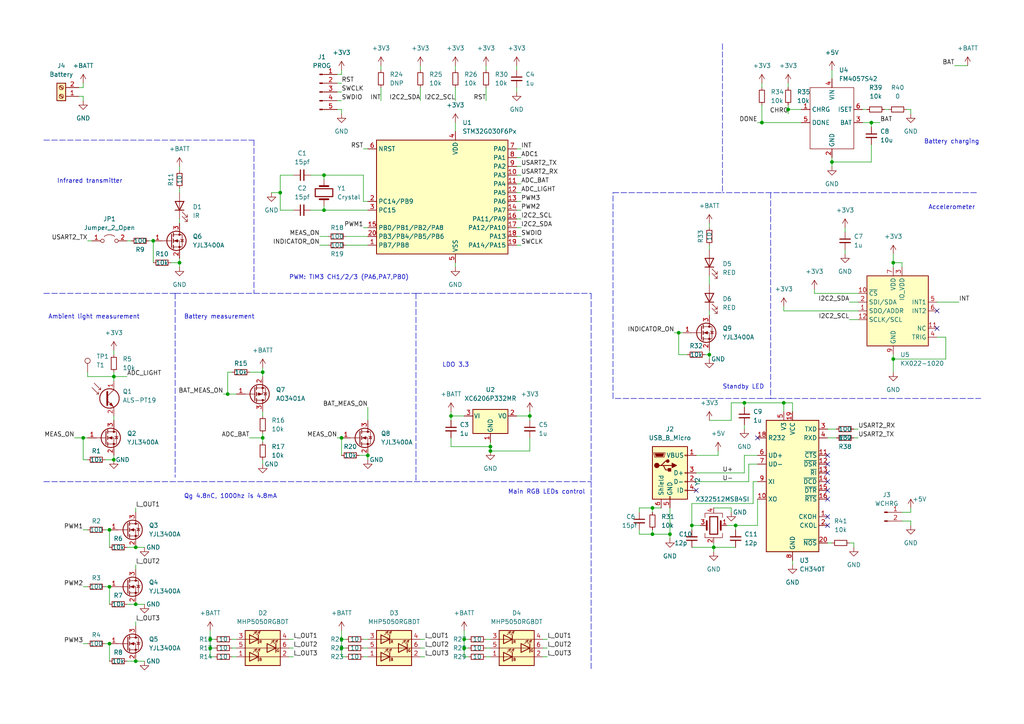
<source format=kicad_sch>
(kicad_sch (version 20211123) (generator eeschema)
  (paper "A4")
  (junction (at 196.85 96.52))
  (junction (at 39.37 175.26))
  (junction (at 142.24 129.54))
  (junction (at 130.81 120.65))
  (junction (at 228.6 31.75))
  (junction (at 189.23 154.94))
  (junction (at 33.02 133.35))
  (junction (at 259.08 104.14))
  (junction (at 99.06 185.42))
  (junction (at 106.68 132.08))
  (junction (at 215.9 116.84))
  (junction (at 93.98 60.96))
  (junction (at 189.23 147.32))
  (junction (at 205.74 102.87))
  (junction (at 76.2 107.95))
  (junction (at 39.37 158.75))
  (junction (at 99.06 127))
  (junction (at 24.13 127))
  (junction (at 76.2 127))
  (junction (at 81.28 55.88))
  (junction (at 220.98 35.56))
  (junction (at 93.98 50.8))
  (junction (at 99.06 187.96))
  (junction (at 60.96 187.96))
  (junction (at 31.75 186.69))
  (junction (at 207.01 158.75))
  (junction (at 134.62 187.96))
  (junction (at 52.07 76.2))
  (junction (at 194.31 154.94))
  (junction (at 259.08 76.2))
  (junction (at 213.36 152.4))
  (junction (at 252.73 35.56))
  (junction (at 31.75 153.67))
  (junction (at 241.3 46.99))
  (junction (at 142.24 130.81))
  (junction (at 153.67 120.65))
  (junction (at 60.96 185.42))
  (junction (at 44.45 69.85))
  (junction (at 31.75 170.18))
  (junction (at 66.04 114.3))
  (junction (at 39.37 191.77))
  (junction (at 227.33 116.84))
  (junction (at 134.62 185.42))
  (junction (at 200.66 152.4))
  (junction (at 33.02 109.22))
  (no_connect (at 240.03 134.62))
  (no_connect (at 240.03 137.16))
  (no_connect (at 240.03 139.7))
  (no_connect (at 240.03 142.24))
  (no_connect (at 240.03 144.78))
  (no_connect (at 240.03 149.86))
  (no_connect (at 240.03 152.4))
  (no_connect (at 240.03 132.08))
  (no_connect (at 219.71 127))
  (no_connect (at 271.78 90.17))
  (no_connect (at 201.93 142.24))
  (no_connect (at 271.78 95.25))
  (wire (pts (xy 30.48 186.69) (xy 31.75 186.69)))
  (wire (pts (xy 39.37 158.75) (xy 41.91 158.75)))
  (wire (pts (xy 22.86 27.94) (xy 24.13 27.94)))
  (wire (pts (xy 100.33 71.12) (xy 106.68 71.12)))
  (polyline (pts (xy 12.7 40.64) (xy 73.66 40.64)))
  (wire (pts (xy 76.2 107.95) (xy 76.2 109.22)))
  (wire (pts (xy 212.09 121.92) (xy 212.09 116.84)))
  (wire (pts (xy 246.38 157.48) (xy 247.65 157.48)))
  (wire (pts (xy 132.08 35.56) (xy 132.08 38.1)))
  (wire (pts (xy 24.13 27.94) (xy 24.13 29.21)))
  (wire (pts (xy 93.98 50.8) (xy 105.41 50.8)))
  (wire (pts (xy 149.86 120.65) (xy 153.67 120.65)))
  (wire (pts (xy 90.17 60.96) (xy 93.98 60.96)))
  (wire (pts (xy 271.78 87.63) (xy 278.13 87.63)))
  (polyline (pts (xy 171.45 85.09) (xy 171.45 139.7)))
  (wire (pts (xy 200.66 152.4) (xy 203.2 152.4)))
  (wire (pts (xy 33.02 101.6) (xy 33.02 102.87)))
  (wire (pts (xy 247.65 127) (xy 248.92 127)))
  (wire (pts (xy 274.32 104.14) (xy 259.08 104.14)))
  (wire (pts (xy 157.48 187.96) (xy 158.75 187.96)))
  (wire (pts (xy 232.41 31.75) (xy 228.6 31.75)))
  (wire (pts (xy 205.74 80.01) (xy 205.74 82.55)))
  (wire (pts (xy 99.06 190.5) (xy 100.33 190.5)))
  (polyline (pts (xy 283.21 55.88) (xy 209.55 55.88)))
  (wire (pts (xy 227.33 88.9) (xy 227.33 90.17)))
  (wire (pts (xy 219.71 35.56) (xy 220.98 35.56)))
  (wire (pts (xy 105.41 66.04) (xy 106.68 66.04)))
  (wire (pts (xy 246.38 87.63) (xy 248.92 87.63)))
  (wire (pts (xy 196.85 102.87) (xy 196.85 96.52)))
  (wire (pts (xy 60.96 185.42) (xy 62.23 185.42)))
  (wire (pts (xy 130.81 120.65) (xy 130.81 121.92)))
  (wire (pts (xy 149.86 58.42) (xy 151.13 58.42)))
  (wire (pts (xy 25.4 107.95) (xy 25.4 109.22)))
  (wire (pts (xy 245.11 66.04) (xy 245.11 67.31)))
  (wire (pts (xy 215.9 118.11) (xy 215.9 116.84)))
  (wire (pts (xy 205.74 71.12) (xy 205.74 72.39)))
  (polyline (pts (xy 177.8 55.88) (xy 209.55 55.88)))
  (wire (pts (xy 236.22 83.82) (xy 236.22 85.09)))
  (wire (pts (xy 195.58 96.52) (xy 196.85 96.52)))
  (wire (pts (xy 247.65 157.48) (xy 247.65 158.75)))
  (wire (pts (xy 81.28 55.88) (xy 78.74 55.88)))
  (wire (pts (xy 97.79 29.21) (xy 99.06 29.21)))
  (wire (pts (xy 205.74 121.92) (xy 212.09 121.92)))
  (wire (pts (xy 25.4 133.35) (xy 24.13 133.35)))
  (wire (pts (xy 110.49 19.05) (xy 110.49 20.32)))
  (wire (pts (xy 25.4 109.22) (xy 33.02 109.22)))
  (wire (pts (xy 105.41 187.96) (xy 106.68 187.96)))
  (wire (pts (xy 134.62 190.5) (xy 135.89 190.5)))
  (wire (pts (xy 212.09 147.32) (xy 207.01 147.32)))
  (wire (pts (xy 207.01 158.75) (xy 213.36 158.75)))
  (wire (pts (xy 134.62 185.42) (xy 134.62 187.96)))
  (wire (pts (xy 259.08 76.2) (xy 259.08 77.47)))
  (wire (pts (xy 33.02 120.65) (xy 33.02 121.92)))
  (polyline (pts (xy 73.66 40.64) (xy 73.66 85.09)))
  (wire (pts (xy 33.02 132.08) (xy 33.02 133.35)))
  (wire (pts (xy 157.48 190.5) (xy 158.75 190.5)))
  (wire (pts (xy 215.9 137.16) (xy 215.9 132.08)))
  (wire (pts (xy 264.16 151.13) (xy 264.16 152.4)))
  (wire (pts (xy 99.06 185.42) (xy 100.33 185.42)))
  (wire (pts (xy 52.07 48.26) (xy 52.07 49.53)))
  (wire (pts (xy 31.75 170.18) (xy 31.75 175.26)))
  (wire (pts (xy 39.37 191.77) (xy 41.91 191.77)))
  (wire (pts (xy 210.82 152.4) (xy 213.36 152.4)))
  (wire (pts (xy 149.86 55.88) (xy 151.13 55.88)))
  (wire (pts (xy 132.08 25.4) (xy 132.08 29.21)))
  (wire (pts (xy 220.98 24.13) (xy 220.98 25.4)))
  (wire (pts (xy 105.41 50.8) (xy 105.41 58.42)))
  (wire (pts (xy 99.06 187.96) (xy 100.33 187.96)))
  (wire (pts (xy 66.04 114.3) (xy 68.58 114.3)))
  (wire (pts (xy 245.11 72.39) (xy 245.11 73.66)))
  (wire (pts (xy 219.71 134.62) (xy 217.17 134.62)))
  (wire (pts (xy 264.16 31.75) (xy 264.16 33.02)))
  (wire (pts (xy 149.86 43.18) (xy 151.13 43.18)))
  (polyline (pts (xy 209.55 12.7) (xy 209.55 55.88)))
  (wire (pts (xy 22.86 25.4) (xy 24.13 25.4)))
  (wire (pts (xy 276.86 19.05) (xy 280.67 19.05)))
  (wire (pts (xy 30.48 133.35) (xy 33.02 133.35)))
  (wire (pts (xy 196.85 96.52) (xy 198.12 96.52)))
  (wire (pts (xy 99.06 31.75) (xy 99.06 33.02)))
  (wire (pts (xy 149.86 25.4) (xy 149.86 26.67)))
  (wire (pts (xy 261.62 148.59) (xy 264.16 148.59)))
  (wire (pts (xy 189.23 154.94) (xy 194.31 154.94)))
  (wire (pts (xy 256.54 31.75) (xy 257.81 31.75)))
  (wire (pts (xy 134.62 187.96) (xy 134.62 190.5)))
  (wire (pts (xy 60.96 182.88) (xy 60.96 185.42)))
  (wire (pts (xy 189.23 147.32) (xy 189.23 148.59)))
  (wire (pts (xy 191.77 147.32) (xy 189.23 147.32)))
  (wire (pts (xy 229.87 116.84) (xy 229.87 119.38)))
  (wire (pts (xy 142.24 129.54) (xy 142.24 130.81)))
  (wire (pts (xy 24.13 153.67) (xy 25.4 153.67)))
  (polyline (pts (xy 171.45 139.7) (xy 171.45 194.31)))
  (wire (pts (xy 99.06 182.88) (xy 99.06 185.42)))
  (wire (pts (xy 149.86 63.5) (xy 151.13 63.5)))
  (wire (pts (xy 99.06 127) (xy 99.06 132.08)))
  (wire (pts (xy 227.33 90.17) (xy 248.92 90.17)))
  (wire (pts (xy 205.74 64.77) (xy 205.74 66.04)))
  (wire (pts (xy 157.48 185.42) (xy 158.75 185.42)))
  (wire (pts (xy 194.31 154.94) (xy 194.31 156.21)))
  (wire (pts (xy 140.97 187.96) (xy 142.24 187.96)))
  (wire (pts (xy 189.23 147.32) (xy 185.42 147.32)))
  (wire (pts (xy 130.81 127) (xy 130.81 129.54)))
  (wire (pts (xy 83.82 190.5) (xy 85.09 190.5)))
  (wire (pts (xy 60.96 185.42) (xy 60.96 187.96)))
  (wire (pts (xy 134.62 120.65) (xy 130.81 120.65)))
  (wire (pts (xy 97.79 31.75) (xy 99.06 31.75)))
  (wire (pts (xy 130.81 119.38) (xy 130.81 120.65)))
  (wire (pts (xy 274.32 97.79) (xy 274.32 104.14)))
  (wire (pts (xy 252.73 46.99) (xy 252.73 41.91)))
  (polyline (pts (xy 177.8 115.57) (xy 177.8 55.88)))
  (wire (pts (xy 25.4 69.85) (xy 26.67 69.85)))
  (wire (pts (xy 189.23 154.94) (xy 189.23 153.67)))
  (wire (pts (xy 134.62 182.88) (xy 134.62 185.42)))
  (wire (pts (xy 52.07 76.2) (xy 52.07 74.93)))
  (wire (pts (xy 36.83 175.26) (xy 39.37 175.26)))
  (wire (pts (xy 105.41 185.42) (xy 106.68 185.42)))
  (wire (pts (xy 261.62 76.2) (xy 261.62 77.47)))
  (wire (pts (xy 105.41 190.5) (xy 106.68 190.5)))
  (wire (pts (xy 149.86 60.96) (xy 151.13 60.96)))
  (wire (pts (xy 66.04 107.95) (xy 66.04 114.3)))
  (wire (pts (xy 67.31 107.95) (xy 66.04 107.95)))
  (wire (pts (xy 250.19 35.56) (xy 252.73 35.56)))
  (wire (pts (xy 259.08 102.87) (xy 259.08 104.14)))
  (wire (pts (xy 264.16 148.59) (xy 264.16 147.32)))
  (wire (pts (xy 228.6 31.75) (xy 228.6 33.02)))
  (wire (pts (xy 185.42 147.32) (xy 185.42 148.59)))
  (wire (pts (xy 218.44 139.7) (xy 219.71 139.7)))
  (wire (pts (xy 83.82 185.42) (xy 85.09 185.42)))
  (wire (pts (xy 149.86 53.34) (xy 151.13 53.34)))
  (wire (pts (xy 39.37 180.34) (xy 39.37 181.61)))
  (wire (pts (xy 207.01 157.48) (xy 207.01 158.75)))
  (polyline (pts (xy 120.65 85.09) (xy 171.45 85.09)))
  (wire (pts (xy 99.06 21.59) (xy 99.06 20.32)))
  (wire (pts (xy 97.79 26.67) (xy 99.06 26.67)))
  (wire (pts (xy 200.66 146.05) (xy 200.66 152.4)))
  (wire (pts (xy 43.18 69.85) (xy 44.45 69.85)))
  (wire (pts (xy 153.67 120.65) (xy 153.67 121.92)))
  (wire (pts (xy 76.2 125.73) (xy 76.2 127)))
  (wire (pts (xy 31.75 186.69) (xy 31.75 191.77)))
  (wire (pts (xy 60.96 187.96) (xy 62.23 187.96)))
  (wire (pts (xy 153.67 130.81) (xy 153.67 127)))
  (wire (pts (xy 140.97 185.42) (xy 142.24 185.42)))
  (wire (pts (xy 121.92 185.42) (xy 123.19 185.42)))
  (wire (pts (xy 199.39 102.87) (xy 196.85 102.87)))
  (wire (pts (xy 153.67 119.38) (xy 153.67 120.65)))
  (wire (pts (xy 271.78 97.79) (xy 274.32 97.79)))
  (wire (pts (xy 134.62 185.42) (xy 135.89 185.42)))
  (wire (pts (xy 76.2 133.35) (xy 76.2 134.62)))
  (wire (pts (xy 252.73 35.56) (xy 252.73 36.83)))
  (wire (pts (xy 201.93 139.7) (xy 217.17 139.7)))
  (wire (pts (xy 81.28 50.8) (xy 85.09 50.8)))
  (wire (pts (xy 246.38 92.71) (xy 248.92 92.71)))
  (wire (pts (xy 24.13 127) (xy 25.4 127)))
  (wire (pts (xy 149.86 68.58) (xy 151.13 68.58)))
  (wire (pts (xy 99.06 187.96) (xy 99.06 190.5)))
  (wire (pts (xy 205.74 102.87) (xy 205.74 101.6)))
  (wire (pts (xy 228.6 31.75) (xy 228.6 30.48)))
  (wire (pts (xy 31.75 153.67) (xy 31.75 158.75)))
  (wire (pts (xy 236.22 85.09) (xy 248.92 85.09)))
  (wire (pts (xy 30.48 170.18) (xy 31.75 170.18)))
  (wire (pts (xy 72.39 127) (xy 76.2 127)))
  (wire (pts (xy 33.02 109.22) (xy 33.02 110.49)))
  (wire (pts (xy 259.08 104.14) (xy 259.08 107.95)))
  (wire (pts (xy 67.31 185.42) (xy 68.58 185.42)))
  (wire (pts (xy 64.77 114.3) (xy 66.04 114.3)))
  (wire (pts (xy 213.36 152.4) (xy 219.71 152.4)))
  (wire (pts (xy 241.3 45.72) (xy 241.3 46.99)))
  (wire (pts (xy 200.66 158.75) (xy 207.01 158.75)))
  (wire (pts (xy 76.2 106.68) (xy 76.2 107.95)))
  (polyline (pts (xy 120.65 85.09) (xy 120.65 139.7)))
  (wire (pts (xy 240.03 127) (xy 242.57 127)))
  (wire (pts (xy 149.86 71.12) (xy 151.13 71.12)))
  (wire (pts (xy 36.83 69.85) (xy 38.1 69.85)))
  (wire (pts (xy 60.96 187.96) (xy 60.96 190.5)))
  (wire (pts (xy 85.09 60.96) (xy 81.28 60.96)))
  (wire (pts (xy 76.2 119.38) (xy 76.2 120.65)))
  (wire (pts (xy 52.07 63.5) (xy 52.07 64.77)))
  (wire (pts (xy 92.71 68.58) (xy 95.25 68.58)))
  (wire (pts (xy 24.13 186.69) (xy 25.4 186.69)))
  (wire (pts (xy 36.83 158.75) (xy 39.37 158.75)))
  (polyline (pts (xy 50.8 85.09) (xy 50.8 138.43)))
  (wire (pts (xy 261.62 151.13) (xy 264.16 151.13)))
  (wire (pts (xy 24.13 25.4) (xy 24.13 24.13)))
  (wire (pts (xy 93.98 60.96) (xy 93.98 59.69)))
  (wire (pts (xy 30.48 153.67) (xy 31.75 153.67)))
  (wire (pts (xy 149.86 19.05) (xy 149.86 20.32)))
  (wire (pts (xy 33.02 109.22) (xy 36.83 109.22)))
  (polyline (pts (xy 12.7 85.09) (xy 50.8 85.09)))
  (polyline (pts (xy 223.52 115.57) (xy 177.8 115.57)))
  (wire (pts (xy 39.37 147.32) (xy 39.37 148.59)))
  (wire (pts (xy 252.73 35.56) (xy 255.27 35.56)))
  (wire (pts (xy 259.08 73.66) (xy 259.08 76.2)))
  (wire (pts (xy 72.39 107.95) (xy 76.2 107.95)))
  (wire (pts (xy 215.9 123.19) (xy 215.9 124.46)))
  (wire (pts (xy 67.31 190.5) (xy 68.58 190.5)))
  (polyline (pts (xy 50.8 85.09) (xy 120.65 85.09)))
  (wire (pts (xy 228.6 24.13) (xy 228.6 25.4)))
  (wire (pts (xy 92.71 71.12) (xy 95.25 71.12)))
  (wire (pts (xy 132.08 19.05) (xy 132.08 20.32)))
  (wire (pts (xy 99.06 185.42) (xy 99.06 187.96)))
  (wire (pts (xy 100.33 68.58) (xy 106.68 68.58)))
  (wire (pts (xy 97.79 127) (xy 99.06 127)))
  (wire (pts (xy 44.45 69.85) (xy 44.45 76.2)))
  (wire (pts (xy 97.79 21.59) (xy 99.06 21.59)))
  (wire (pts (xy 220.98 35.56) (xy 220.98 30.48)))
  (wire (pts (xy 106.68 132.08) (xy 106.68 133.35)))
  (wire (pts (xy 130.81 129.54) (xy 142.24 129.54)))
  (wire (pts (xy 205.74 90.17) (xy 205.74 91.44)))
  (wire (pts (xy 185.42 153.67) (xy 185.42 154.94)))
  (wire (pts (xy 140.97 25.4) (xy 140.97 29.21)))
  (wire (pts (xy 200.66 146.05) (xy 218.44 146.05)))
  (wire (pts (xy 121.92 187.96) (xy 123.19 187.96)))
  (wire (pts (xy 240.03 157.48) (xy 241.3 157.48)))
  (wire (pts (xy 106.68 118.11) (xy 106.68 121.92)))
  (wire (pts (xy 134.62 187.96) (xy 135.89 187.96)))
  (wire (pts (xy 208.28 132.08) (xy 208.28 130.81)))
  (wire (pts (xy 52.07 54.61) (xy 52.07 55.88)))
  (wire (pts (xy 60.96 190.5) (xy 62.23 190.5)))
  (wire (pts (xy 52.07 76.2) (xy 52.07 77.47)))
  (wire (pts (xy 121.92 190.5) (xy 123.19 190.5)))
  (wire (pts (xy 121.92 19.05) (xy 121.92 20.32)))
  (wire (pts (xy 90.17 50.8) (xy 93.98 50.8)))
  (wire (pts (xy 93.98 52.07) (xy 93.98 50.8)))
  (wire (pts (xy 185.42 154.94) (xy 189.23 154.94)))
  (wire (pts (xy 106.68 60.96) (xy 93.98 60.96)))
  (wire (pts (xy 241.3 46.99) (xy 252.73 46.99)))
  (wire (pts (xy 229.87 162.56) (xy 229.87 163.83)))
  (wire (pts (xy 140.97 19.05) (xy 140.97 20.32)))
  (wire (pts (xy 149.86 66.04) (xy 151.13 66.04)))
  (wire (pts (xy 232.41 35.56) (xy 220.98 35.56)))
  (wire (pts (xy 39.37 175.26) (xy 41.91 175.26)))
  (polyline (pts (xy 12.7 139.7) (xy 171.45 139.7)))
  (wire (pts (xy 262.89 31.75) (xy 264.16 31.75)))
  (wire (pts (xy 36.83 191.77) (xy 39.37 191.77)))
  (wire (pts (xy 105.41 43.18) (xy 106.68 43.18)))
  (wire (pts (xy 83.82 187.96) (xy 85.09 187.96)))
  (wire (pts (xy 39.37 163.83) (xy 39.37 165.1)))
  (wire (pts (xy 140.97 190.5) (xy 142.24 190.5)))
  (wire (pts (xy 97.79 24.13) (xy 99.06 24.13)))
  (wire (pts (xy 215.9 116.84) (xy 227.33 116.84)))
  (polyline (pts (xy 223.52 115.57) (xy 284.48 115.57)))
  (wire (pts (xy 132.08 76.2) (xy 132.08 77.47)))
  (wire (pts (xy 33.02 107.95) (xy 33.02 109.22)))
  (wire (pts (xy 227.33 116.84) (xy 229.87 116.84)))
  (wire (pts (xy 200.66 152.4) (xy 200.66 153.67)))
  (wire (pts (xy 212.09 116.84) (xy 215.9 116.84)))
  (wire (pts (xy 213.36 152.4) (xy 213.36 153.67)))
  (wire (pts (xy 49.53 76.2) (xy 52.07 76.2)))
  (wire (pts (xy 241.3 20.32) (xy 241.3 22.86)))
  (wire (pts (xy 121.92 25.4) (xy 121.92 29.21)))
  (wire (pts (xy 207.01 158.75) (xy 207.01 160.02)))
  (wire (pts (xy 142.24 129.54) (xy 142.24 128.27)))
  (wire (pts (xy 250.19 31.75) (xy 251.46 31.75)))
  (wire (pts (xy 259.08 76.2) (xy 261.62 76.2)))
  (wire (pts (xy 194.31 147.32) (xy 194.31 154.94)))
  (wire (pts (xy 149.86 50.8) (xy 151.13 50.8)))
  (wire (pts (xy 240.03 124.46) (xy 242.57 124.46)))
  (wire (pts (xy 204.47 102.87) (xy 205.74 102.87)))
  (wire (pts (xy 215.9 132.08) (xy 219.71 132.08)))
  (wire (pts (xy 219.71 152.4) (xy 219.71 144.78)))
  (wire (pts (xy 205.74 102.87) (xy 205.74 104.14)))
  (wire (pts (xy 81.28 55.88) (xy 81.28 50.8)))
  (polyline (pts (xy 223.52 55.88) (xy 223.52 115.57)))
  (wire (pts (xy 247.65 124.46) (xy 248.92 124.46)))
  (wire (pts (xy 104.14 132.08) (xy 106.68 132.08)))
  (wire (pts (xy 227.33 116.84) (xy 227.33 119.38)))
  (wire (pts (xy 76.2 127) (xy 76.2 128.27)))
  (wire (pts (xy 81.28 60.96) (xy 81.28 55.88)))
  (wire (pts (xy 105.41 58.42) (xy 106.68 58.42)))
  (wire (pts (xy 67.31 187.96) (xy 68.58 187.96)))
  (wire (pts (xy 142.24 130.81) (xy 153.67 130.81)))
  (wire (pts (xy 149.86 45.72) (xy 151.13 45.72)))
  (wire (pts (xy 21.59 127) (xy 24.13 127)))
  (wire (pts (xy 241.3 46.99) (xy 241.3 48.26)))
  (wire (pts (xy 24.13 133.35) (xy 24.13 127)))
  (wire (pts (xy 110.49 25.4) (xy 110.49 29.21)))
  (wire (pts (xy 212.09 148.59) (xy 212.09 147.32)))
  (wire (pts (xy 149.86 48.26) (xy 151.13 48.26)))
  (wire (pts (xy 201.93 137.16) (xy 215.9 137.16)))
  (wire (pts (xy 217.17 134.62) (xy 217.17 139.7)))
  (wire (pts (xy 218.44 146.05) (xy 218.44 139.7)))
  (wire (pts (xy 24.13 170.18) (xy 25.4 170.18)))
  (wire (pts (xy 201.93 132.08) (xy 208.28 132.08)))
  (text "Ambient light measurement" (at 13.97 92.71 0) (effects (font (size 1.27 1.27)) (justify left bottom)))
  (text "Infrared transmitter" (at 16.51 53.34 0) (effects (font (size 1.27 1.27)) (justify left bottom)))
  (text "Accelerometer" (at 269.24 60.96 0) (effects (font (size 1.27 1.27)) (justify left bottom)))
  (text "Standby LED" (at 209.55 113.03 0) (effects (font (size 1.27 1.27)) (justify left bottom)))
  (text "PWM: TIM3 CH1/2/3 (PA6,PA7,PB0)" (at 83.82 81.28 0) (effects (font (size 1.27 1.27)) (justify left bottom)))
  (text "Battery measurement" (at 53.34 92.71 0) (effects (font (size 1.27 1.27)) (justify left bottom)))
  (text "Qg 4.8nC, 1000hz is 4.8mA" (at 53.34 144.78 0) (effects (font (size 1.27 1.27)) (justify left bottom)))
  (text "Battery charging" (at 267.97 41.91 0) (effects (font (size 1.27 1.27)) (justify left bottom)))
  (text "Main RGB LEDs control" (at 147.32 143.51 0) (effects (font (size 1.27 1.27)) (justify left bottom)))
  (text "LDO 3.3" (at 128.27 106.68 0) (effects (font (size 1.27 1.27)) (justify left bottom)))
  (label "U-" (at 209.55 139.7 0))
  (label "INT" (at 110.49 29.21 180))
  (label "L_OUT1" (at 85.09 185.42 0))
  (label "U+" (at 209.55 137.16 0))
  (label "L_OUT2" (at 123.19 187.96 0))
  (label "MEAS_ON" (at 21.59 127 180))
  (label "BAT_MEAS_ON" (at 64.77 114.3 180))
  (label "PWM2" (at 24.13 170.18 180))
  (label "L_OUT1" (at 158.75 185.42 0))
  (label "L_OUT1" (at 39.37 147.32 0))
  (label "USART2_RX" (at 151.13 50.8 0))
  (label "ADC1" (at 151.13 45.72 0))
  (label "MEAS_ON" (at 97.79 127 180))
  (label "SWDIO" (at 99.06 29.21 0))
  (label "RST" (at 99.06 24.13 0))
  (label "CHRG" (at 228.6 33.02 180))
  (label "PWM1" (at 24.13 153.67 180))
  (label "SWCLK" (at 99.06 26.67 0))
  (label "L_OUT3" (at 123.19 190.5 0))
  (label "INDICATOR_ON" (at 195.58 96.52 180))
  (label "L_OUT3" (at 158.75 190.5 0))
  (label "SWCLK" (at 151.13 71.12 0))
  (label "L_OUT2" (at 85.09 187.96 0))
  (label "I2C2_SCL" (at 246.38 92.71 180))
  (label "ADC_BAT" (at 151.13 53.34 0))
  (label "INT" (at 278.13 87.63 0))
  (label "L_OUT2" (at 39.37 163.83 0))
  (label "L_OUT1" (at 123.19 185.42 0))
  (label "INT" (at 151.13 43.18 0))
  (label "DONE" (at 219.71 35.56 180))
  (label "USART2_RX" (at 248.92 124.46 0))
  (label "MEAS_ON" (at 92.71 68.58 180))
  (label "PWM3" (at 151.13 58.42 0))
  (label "BAT" (at 255.27 35.56 0))
  (label "USART2_TX" (at 151.13 48.26 0))
  (label "PWM1" (at 105.41 66.04 180))
  (label "I2C2_SCL" (at 151.13 63.5 0))
  (label "L_OUT3" (at 39.37 180.34 0))
  (label "RST" (at 140.97 29.21 180))
  (label "I2C2_SDA" (at 246.38 87.63 180))
  (label "L_OUT2" (at 158.75 187.96 0))
  (label "INDICATOR_ON" (at 92.71 71.12 180))
  (label "USART2_TX" (at 25.4 69.85 180))
  (label "L_OUT3" (at 85.09 190.5 0))
  (label "ADC_BAT" (at 72.39 127 180))
  (label "PWM3" (at 24.13 186.69 180))
  (label "I2C2_SDA" (at 151.13 66.04 0))
  (label "USART2_TX" (at 248.92 127 0))
  (label "I2C2_SCL" (at 132.08 29.21 180))
  (label "PWM2" (at 151.13 60.96 0))
  (label "BAT_MEAS_ON" (at 106.68 118.11 180))
  (label "I2C2_SDA" (at 121.92 29.21 180))
  (label "RST" (at 105.41 43.18 180))
  (label "BAT" (at 276.86 19.05 180))
  (label "ADC_LIGHT" (at 151.13 55.88 0))
  (label "SWDIO" (at 151.13 68.58 0))
  (label "ADC_LIGHT" (at 36.83 109.22 0))
  (symbol (lib_id "Device:R_Small") (at 245.11 127 90) (unit 1)
    (property "Reference" "R38" (at 245.11 129.54 90))
    (property "Value" "100" (at 245.11 127 90))
    (property "Footprint" "Resistor_SMD:R_0603_1608Metric" (effects hide))
    (property "LCSC PN" "C22775" (effects hide))
  )
  (symbol (lib_id "Connector:Screw_Terminal_01x02") (at 17.78 27.94 180) (unit 1)
    (property "Reference" "J4" (at 17.78 19.05 0))
    (property "Value" "Battery" (at 17.78 21.59 0))
    (property "Footprint" "Connector_PinHeader_2.54mm:PinHeader_1x02_P2.54mm_Vertical" (effects hide))
  )
  (symbol (lib_id "LED:CLS6B-FKW") (at 76.2 187.96 0) (unit 1)
    (property "Reference" "D2" (at 76.2 177.8 0))
    (property "Value" "MHP5050RGBDT" (at 76.2 180.34 0))
    (property "Footprint" "MHP5050RGBDT:MHP5050RGBDT" (effects hide))
    (property "Datasheet" "https://www.cree.com/led-components/media/documents/CLS6B-FKW.pdf" (effects hide))
    (property "LCSC PN" "C409780" (effects hide))
  )
  (symbol (lib_id "Device:R_Small") (at 27.94 170.18 90) (unit 1)
    (property "Reference" "R3" (at 27.94 167.64 90))
    (property "Value" "100" (at 27.94 170.18 90))
    (property "Footprint" "Resistor_SMD:R_0603_1608Metric" (effects hide))
    (property "LCSC PN" "C22775" (effects hide))
  )
  (symbol (lib_id "Device:Q_NMOS_GSD") (at 36.83 170.18 0) (unit 1)
    (property "Reference" "Q4" (at 43.18 168.9099 0) (effects (justify left)))
    (property "Value" "YJL3400A" (at 43.18 171.4499 0) (effects (justify left)))
    (property "Footprint" "Package_TO_SOT_SMD:SOT-23" (effects hide))
    (property "LCSC PN" "C699302" (effects hide))
  )
  (symbol (lib_id "Device:LED") (at 205.74 76.2 90) (unit 1)
    (property "Reference" "D5" (at 209.55 76.5174 90) (effects (justify right)))
    (property "Value" "RED" (at 209.55 79.0574 90) (effects (justify right)))
    (property "Footprint" "LED_SMD:LED_0805_2012Metric" (effects hide))
    (property "LCSC PN" "C138549" (effects hide))
  )
  (symbol (lib_id "power:GND") (at 245.11 73.66 0) (unit 1)
    (property "Reference" "#PWR042" (effects hide))
    (property "Value" "GND" (at 245.11 78.74 0))
  )
  (symbol (lib_id "power:+3.3V") (at 153.67 119.38 0) (unit 1)
    (property "Reference" "#PWR027" (effects hide))
    (property "Value" "+3.3V" (at 153.67 114.3 0))
  )
  (symbol (lib_id "power:GND") (at 207.01 160.02 0) (unit 1)
    (property "Reference" "#PWR031" (effects hide))
    (property "Value" "GND" (at 207.01 165.1 0))
  )
  (symbol (lib_id "Device:R_Small") (at 33.02 105.41 0) (unit 1)
    (property "Reference" "R5" (at 35.56 104.1399 0) (effects (justify left)))
    (property "Value" "10k" (at 35.56 106.6799 0) (effects (justify left)))
    (property "Footprint" "Resistor_SMD:R_0603_1608Metric" (effects hide))
    (property "LCSC PN" "C25804" (effects hide))
  )
  (symbol (lib_id "power:GND") (at 99.06 33.02 0) (unit 1)
    (property "Reference" "#PWR013" (effects hide))
    (property "Value" "GND" (at 99.06 38.1 0))
  )
  (symbol (lib_id "power:+BATT") (at 76.2 106.68 0) (unit 1)
    (property "Reference" "#PWR09" (effects hide))
    (property "Value" "+BATT" (at 76.2 101.6 0))
  )
  (symbol (lib_id "Device:R_Small") (at 220.98 27.94 180) (unit 1)
    (property "Reference" "R34" (at 223.52 26.6699 0) (effects (justify right)))
    (property "Value" "10k" (at 223.52 29.2099 0) (effects (justify right)))
    (property "Footprint" "Resistor_SMD:R_0603_1608Metric" (effects hide))
    (property "LCSC PN" "C25804" (effects hide))
  )
  (symbol (lib_id "Device:R_Small") (at 69.85 107.95 90) (unit 1)
    (property "Reference" "R15" (at 69.85 105.41 90))
    (property "Value" "10k" (at 69.85 107.95 90))
    (property "Footprint" "Resistor_SMD:R_0603_1608Metric" (effects hide))
    (property "LCSC PN" "C25804" (effects hide))
  )
  (symbol (lib_id "power:+3.3V") (at 132.08 19.05 0) (unit 1)
    (property "Reference" "#PWR019" (effects hide))
    (property "Value" "+3.3V" (at 132.08 13.97 0))
  )
  (symbol (lib_id "power:+3.3V") (at 245.11 66.04 0) (unit 1)
    (property "Reference" "#PWR041" (effects hide))
    (property "Value" "+3.3V" (at 245.11 60.96 0))
  )
  (symbol (lib_id "Device:R_Small") (at 243.84 157.48 90) (unit 1)
    (property "Reference" "R41" (at 243.84 151.13 90))
    (property "Value" "10k" (at 243.84 153.67 90))
    (property "Footprint" "Resistor_SMD:R_0603_1608Metric" (effects hide))
    (property "LCSC PN" "C25804" (effects hide))
  )
  (symbol (lib_id "Connector:Conn_01x05_Male") (at 92.71 26.67 0) (unit 1)
    (property "Reference" "J1" (at 93.345 16.51 0))
    (property "Value" "PROG" (at 93.345 19.05 0))
    (property "Footprint" "Connector_PinHeader_2.54mm:PinHeader_1x05_P2.54mm_Vertical" (effects hide))
  )
  (symbol (lib_id "power:+3.3V") (at 227.33 88.9 0) (unit 1)
    (property "Reference" "#PWR035" (effects hide))
    (property "Value" "+3.3V" (at 227.33 83.82 0))
  )
  (symbol (lib_id "Device:R_Small") (at 102.87 190.5 90) (unit 1)
    (property "Reference" "R23" (at 97.79 190.5 90))
    (property "Value" "10" (at 102.87 190.5 90))
    (property "Footprint" "Resistor_SMD:R_0603_1608Metric" (effects hide))
    (property "LCSC PN" "C22859" (effects hide))
  )
  (symbol (lib_id "power:GND") (at 212.09 148.59 0) (unit 1)
    (property "Reference" "#PWR033" (effects hide))
    (property "Value" "GND" (at 214.63 148.59 0))
  )
  (symbol (lib_id "Device:C_Small") (at 149.86 22.86 0) (unit 1)
    (property "Reference" "C4" (at 152.4 21.5962 0) (effects (justify left)))
    (property "Value" "1u" (at 152.4 24.1362 0) (effects (justify left)))
    (property "Footprint" "Capacitor_SMD:C_0603_1608Metric" (effects hide))
    (property "LCSC PN" "C15849" (effects hide))
  )
  (symbol (lib_id "power:GND") (at 215.9 124.46 0) (unit 1)
    (property "Reference" "#PWR048" (effects hide))
    (property "Value" "GND" (at 215.9 129.54 0))
  )
  (symbol (lib_id "Device:R_Small") (at 34.29 175.26 90) (unit 1)
    (property "Reference" "R7" (at 34.29 172.72 90))
    (property "Value" "10k" (at 34.29 175.26 90))
    (property "Footprint" "Resistor_SMD:R_0603_1608Metric" (effects hide))
    (property "LCSC PN" "C25804" (effects hide))
  )
  (symbol (lib_id "Device:R_Small") (at 27.94 186.69 90) (unit 1)
    (property "Reference" "R4" (at 27.94 184.15 90))
    (property "Value" "100" (at 27.94 186.69 90))
    (property "Footprint" "Resistor_SMD:R_0603_1608Metric" (effects hide))
    (property "LCSC PN" "C22775" (effects hide))
  )
  (symbol (lib_id "Device:R_Small") (at 34.29 191.77 90) (unit 1)
    (property "Reference" "R8" (at 34.29 189.23 90))
    (property "Value" "10k" (at 34.29 191.77 90))
    (property "Footprint" "Resistor_SMD:R_0603_1608Metric" (effects hide))
    (property "LCSC PN" "C25804" (effects hide))
  )
  (symbol (lib_id "Device:Q_Photo_NPN") (at 30.48 115.57 0) (unit 1)
    (property "Reference" "Q1" (at 35.56 113.5506 0) (effects (justify left)))
    (property "Value" "ALS-PT19" (at 35.56 116.0906 0) (effects (justify left)))
    (property "Footprint" "ambient:ALS-PT19" (effects hide))
    (property "LCSC PN" "C146233" (effects hide))
  )
  (symbol (lib_id "power:+3.3V") (at 228.6 24.13 0) (unit 1)
    (property "Reference" "#PWR036" (effects hide))
    (property "Value" "+3.3V" (at 228.6 19.05 0))
  )
  (symbol (lib_id "LED:CLS6B-FKW") (at 149.86 187.96 0) (unit 1)
    (property "Reference" "D4" (at 149.86 177.8 0))
    (property "Value" "MHP5050RGBDT" (at 149.86 180.34 0))
    (property "Footprint" "MHP5050RGBDT:MHP5050RGBDT" (effects hide))
    (property "Datasheet" "https://www.cree.com/led-components/media/documents/CLS6B-FKW.pdf" (effects hide))
    (property "LCSC PN" "C409780" (effects hide))
  )
  (symbol (lib_id "Device:R_Small") (at 34.29 158.75 90) (unit 1)
    (property "Reference" "R6" (at 34.29 156.21 90))
    (property "Value" "10k" (at 34.29 158.75 90))
    (property "Footprint" "Resistor_SMD:R_0603_1608Metric" (effects hide))
    (property "LCSC PN" "C25804" (effects hide))
  )
  (symbol (lib_id "power:GND") (at 106.68 133.35 0) (unit 1)
    (property "Reference" "#PWR015" (effects hide))
    (property "Value" "GND" (at 109.22 133.35 0))
  )
  (symbol (lib_id "Device:R_Small") (at 102.87 185.42 90) (unit 1)
    (property "Reference" "R21" (at 97.79 185.42 90))
    (property "Value" "10" (at 102.87 185.42 90))
    (property "Footprint" "Resistor_SMD:R_0603_1608Metric" (effects hide))
    (property "LCSC PN" "C22859" (effects hide))
  )
  (symbol (lib_id "Connector:Conn_01x02_Male") (at 256.54 148.59 0) (unit 1)
    (property "Reference" "J3" (at 257.175 143.51 0))
    (property "Value" "WCHRG" (at 257.175 146.05 0))
    (property "Footprint" "Connector_PinHeader_2.54mm:PinHeader_1x02_P2.54mm_Vertical" (effects hide))
  )
  (symbol (lib_id "power:+3.3V") (at 140.97 19.05 0) (unit 1)
    (property "Reference" "#PWR023" (effects hide))
    (property "Value" "+3.3V" (at 140.97 13.97 0))
  )
  (symbol (lib_id "power:GND") (at 247.65 158.75 0) (unit 1)
    (property "Reference" "#PWR047" (effects hide))
    (property "Value" "GND" (at 247.65 163.83 0))
  )
  (symbol (lib_id "power:+3.3V") (at 220.98 24.13 0) (unit 1)
    (property "Reference" "#PWR034" (effects hide))
    (property "Value" "+3.3V" (at 220.98 19.05 0))
  )
  (symbol (lib_id "Device:C_Small") (at 252.73 39.37 0) (unit 1)
    (property "Reference" "C8" (at 255.27 38.1062 0) (effects (justify left)))
    (property "Value" "10u" (at 255.27 40.6462 0) (effects (justify left)))
    (property "Footprint" "Capacitor_SMD:C_0603_1608Metric" (effects hide))
    (property "LCSC PN" "C19702" (effects hide))
  )
  (symbol (lib_id "power:GND") (at 76.2 134.62 0) (unit 1)
    (property "Reference" "#PWR010" (effects hide))
    (property "Value" "GND" (at 78.74 134.62 0))
  )
  (symbol (lib_id "Device:C_Small") (at 87.63 50.8 90) (unit 1)
    (property "Reference" "C1" (at 87.6363 44.45 90))
    (property "Value" "15pf" (at 87.6363 46.99 90))
    (property "Footprint" "Capacitor_SMD:C_0603_1608Metric" (effects hide))
    (property "LCSC PN" "C1644" (effects hide))
  )
  (symbol (lib_id "Device:Q_NMOS_GSD") (at 104.14 127 0) (unit 1)
    (property "Reference" "Q8" (at 110.49 125.7299 0) (effects (justify left)))
    (property "Value" "YJL3400A" (at 110.49 128.2699 0) (effects (justify left)))
    (property "Footprint" "Package_TO_SOT_SMD:SOT-23" (effects hide))
    (property "LCSC PN" "C699302" (effects hide))
  )
  (symbol (lib_id "power:GND") (at 259.08 107.95 0) (unit 1)
    (property "Reference" "#PWR044" (effects hide))
    (property "Value" "GND" (at 259.08 113.03 0))
  )
  (symbol (lib_id "Device:R_Small") (at 64.77 190.5 90) (unit 1)
    (property "Reference" "R14" (at 59.69 190.5 90))
    (property "Value" "10" (at 64.77 190.5 90))
    (property "Footprint" "Resistor_SMD:R_0603_1608Metric" (effects hide))
    (property "LCSC PN" "C22859" (effects hide))
  )
  (symbol (lib_id "power:+BATT") (at 60.96 182.88 0) (unit 1)
    (property "Reference" "#PWR08" (effects hide))
    (property "Value" "+BATT" (at 60.96 177.8 0))
  )
  (symbol (lib_id "power:GND") (at 78.74 55.88 0) (unit 1)
    (property "Reference" "#PWR011" (effects hide))
    (property "Value" "GND" (at 78.74 60.96 0))
  )
  (symbol (lib_id "power:GND") (at 142.24 130.81 0) (unit 1)
    (property "Reference" "#PWR024" (effects hide))
    (property "Value" "GND" (at 142.24 135.89 0))
  )
  (symbol (lib_id "power:+5V") (at 241.3 20.32 0) (unit 1)
    (property "Reference" "#PWR039" (effects hide))
    (property "Value" "+5V" (at 241.3 15.24 0))
  )
  (symbol (lib_id "power:+BATT") (at 130.81 119.38 0) (unit 1)
    (property "Reference" "#PWR018" (effects hide))
    (property "Value" "+BATT" (at 130.81 114.3 0))
  )
  (symbol (lib_id "power:+BATT") (at 99.06 182.88 0) (unit 1)
    (property "Reference" "#PWR014" (effects hide))
    (property "Value" "+BATT" (at 99.06 177.8 0))
  )
  (symbol (lib_id "Device:R_Small") (at 27.94 153.67 90) (unit 1)
    (property "Reference" "R2" (at 27.94 151.13 90))
    (property "Value" "100" (at 27.94 153.67 90))
    (property "Footprint" "Resistor_SMD:R_0603_1608Metric" (effects hide))
    (property "LCSC PN" "C22775" (effects hide))
  )
  (symbol (lib_id "Device:C_Small") (at 153.67 124.46 0) (unit 1)
    (property "Reference" "C5" (at 156.21 123.1962 0) (effects (justify left)))
    (property "Value" "1u" (at 156.21 125.7362 0) (effects (justify left)))
    (property "Footprint" "Capacitor_SMD:C_0603_1608Metric" (effects hide))
    (property "LCSC PN" "C15849" (effects hide))
  )
  (symbol (lib_id "Device:R_Small") (at 76.2 123.19 0) (unit 1)
    (property "Reference" "R16" (at 78.74 121.9199 0) (effects (justify left)))
    (property "Value" "10k" (at 78.74 124.4599 0) (effects (justify left)))
    (property "Footprint" "Resistor_SMD:R_0603_1608Metric" (effects hide))
    (property "LCSC PN" "C25804" (effects hide))
  )
  (symbol (lib_id "Device:LED") (at 52.07 59.69 90) (unit 1)
    (property "Reference" "D1" (at 55.88 60.0074 90) (effects (justify right)))
    (property "Value" "IR" (at 55.88 62.5474 90) (effects (justify right)))
    (property "Footprint" "Connector_PinHeader_2.54mm:PinHeader_1x02_P2.54mm_Vertical" (effects hide))
  )
  (symbol (lib_id "Device:C_Small") (at 215.9 120.65 0) (unit 1)
    (property "Reference" "C9" (at 218.44 119.3862 0) (effects (justify left)))
    (property "Value" "1u" (at 218.44 121.9262 0) (effects (justify left)))
    (property "Footprint" "Capacitor_SMD:C_0603_1608Metric" (effects hide))
    (property "LCSC PN" "C15849" (effects hide))
  )
  (symbol (lib_id "Device:LED") (at 205.74 86.36 90) (unit 1)
    (property "Reference" "D6" (at 209.55 86.6774 90) (effects (justify right)))
    (property "Value" "RED" (at 209.55 89.2174 90) (effects (justify right)))
    (property "Footprint" "LED_SMD:LED_0805_2012Metric" (effects hide))
    (property "LCSC PN" "C138549" (effects hide))
  )
  (symbol (lib_id "Device:R_Small") (at 132.08 22.86 0) (unit 1)
    (property "Reference" "R26" (at 134.62 21.5899 0) (effects (justify left)))
    (property "Value" "10k" (at 134.62 24.1299 0) (effects (justify left)))
    (property "Footprint" "Resistor_SMD:R_0603_1608Metric" (effects hide))
    (property "LCSC PN" "C25804" (effects hide))
  )
  (symbol (lib_id "Device:R_Small") (at 102.87 187.96 90) (unit 1)
    (property "Reference" "R22" (at 97.79 187.96 90))
    (property "Value" "10" (at 102.87 187.96 90))
    (property "Footprint" "Resistor_SMD:R_0603_1608Metric" (effects hide))
    (property "LCSC PN" "C22859" (effects hide))
  )
  (symbol (lib_id "power:+3.3V") (at 99.06 20.32 0) (unit 1)
    (property "Reference" "#PWR012" (effects hide))
    (property "Value" "+3.3V" (at 99.06 15.24 0))
  )
  (symbol (lib_id "power:+BATT") (at 52.07 48.26 0) (unit 1)
    (property "Reference" "#PWR06" (effects hide))
    (property "Value" "+BATT" (at 52.07 43.18 0))
  )
  (symbol (lib_id "Device:R_Small") (at 76.2 130.81 0) (unit 1)
    (property "Reference" "R17" (at 78.74 129.5399 0) (effects (justify left)))
    (property "Value" "10k" (at 78.74 132.0799 0) (effects (justify left)))
    (property "Footprint" "Resistor_SMD:R_0603_1608Metric" (effects hide))
    (property "LCSC PN" "C25804" (effects hide))
  )
  (symbol (lib_id "Device:Q_NMOS_GSD") (at 203.2 96.52 0) (unit 1)
    (property "Reference" "Q9" (at 209.55 95.2499 0) (effects (justify left)))
    (property "Value" "YJL3400A" (at 209.55 97.7899 0) (effects (justify left)))
    (property "Footprint" "Package_TO_SOT_SMD:SOT-23" (effects hide))
    (property "LCSC PN" "C699302" (effects hide))
  )
  (symbol (lib_id "power:GND") (at 24.13 29.21 0) (unit 1)
    (property "Reference" "#PWR0105" (effects hide))
    (property "Value" "GND" (at 24.13 34.29 0))
  )
  (symbol (lib_id "Device:Q_NMOS_GSD") (at 36.83 153.67 0) (unit 1)
    (property "Reference" "Q3" (at 43.18 152.3999 0) (effects (justify left)))
    (property "Value" "YJL3400A" (at 43.18 154.9399 0) (effects (justify left)))
    (property "Footprint" "Package_TO_SOT_SMD:SOT-23" (effects hide))
    (property "LCSC PN" "C699302" (effects hide))
  )
  (symbol (lib_id "Device:R_Small") (at 97.79 71.12 90) (unit 1)
    (property "Reference" "R19" (at 97.79 73.66 90))
    (property "Value" "100" (at 97.79 71.12 90))
    (property "Footprint" "Resistor_SMD:R_0603_1608Metric" (effects hide))
    (property "LCSC PN" "C22775" (effects hide))
  )
  (symbol (lib_id "Device:Q_NMOS_GSD") (at 36.83 186.69 0) (unit 1)
    (property "Reference" "Q5" (at 43.18 185.4199 0) (effects (justify left)))
    (property "Value" "YJL3400A" (at 43.18 187.9599 0) (effects (justify left)))
    (property "Footprint" "Package_TO_SOT_SMD:SOT-23" (effects hide))
    (property "LCSC PN" "C699302" (effects hide))
  )
  (symbol (lib_id "Device:C_Small") (at 200.66 156.21 180) (unit 1)
    (property "Reference" "C10" (at 196.85 154.94 0) (effects (justify right)))
    (property "Value" "12p" (at 195.58 157.48 0) (effects (justify right)))
    (property "Footprint" "Capacitor_SMD:C_0603_1608Metric" (effects hide))
    (property "LCSC PN" "C38523" (effects hide))
  )
  (symbol (lib_id "MCU_ST_STM32G0:STM32G030F6Px") (at 129.54 55.88 0) (unit 1)
    (property "Reference" "U1" (at 134.0994 35.56 0) (effects (justify left)))
    (property "Value" "STM32G030F6Px" (at 134.0994 38.1 0) (effects (justify left)))
    (property "Footprint" "Package_SO:TSSOP-20_4.4x6.5mm_P0.65mm" (effects hide))
    (property "Datasheet" "https://www.st.com/resource/en/datasheet/stm32g030c6.pdf" (effects hide))
    (property "LCSC PN" "C529330" (effects hide))
  )
  (symbol (lib_id "Device:R_Small") (at 97.79 68.58 90) (unit 1)
    (property "Reference" "R18" (at 97.79 66.04 90))
    (property "Value" "100" (at 97.79 68.58 90))
    (property "Footprint" "Resistor_SMD:R_0603_1608Metric" (effects hide))
    (property "LCSC PN" "C22775" (effects hide))
  )
  (symbol (lib_id "power:GND") (at 229.87 163.83 0) (unit 1)
    (property "Reference" "#PWR0103" (effects hide))
    (property "Value" "GND" (at 229.87 168.91 0))
  )
  (symbol (lib_id "Device:R_Small") (at 254 31.75 90) (unit 1)
    (property "Reference" "R39" (at 254 25.4 90))
    (property "Value" "10k" (at 254 27.94 90))
    (property "Footprint" "Resistor_SMD:R_0603_1608Metric" (effects hide))
    (property "LCSC PN" "C25804" (effects hide))
  )
  (symbol (lib_id "power:+3.3V") (at 121.92 19.05 0) (unit 1)
    (property "Reference" "#PWR017" (effects hide))
    (property "Value" "+3.3V" (at 121.92 13.97 0))
  )
  (symbol (lib_id "power:+3.3V") (at 205.74 121.92 0) (unit 1)
    (property "Reference" "#PWR0106" (effects hide))
    (property "Value" "+3.3V" (at 205.74 116.84 0))
  )
  (symbol (lib_id "Device:R_Small") (at 138.43 190.5 90) (unit 1)
    (property "Reference" "R29" (at 133.35 190.5 90))
    (property "Value" "10" (at 138.43 190.5 90))
    (property "Footprint" "Resistor_SMD:R_0603_1608Metric" (effects hide))
    (property "LCSC PN" "C22859" (effects hide))
  )
  (symbol (lib_id "Device:C_Small") (at 245.11 69.85 0) (unit 1)
    (property "Reference" "C7" (at 247.65 68.5862 0) (effects (justify left)))
    (property "Value" "1u" (at 247.65 71.1262 0) (effects (justify left)))
    (property "Footprint" "Capacitor_SMD:C_0603_1608Metric" (effects hide))
    (property "LCSC PN" "C15849" (effects hide))
  )
  (symbol (lib_id "power:GND") (at 52.07 77.47 0) (unit 1)
    (property "Reference" "#PWR07" (effects hide))
    (property "Value" "GND" (at 52.07 82.55 0))
  )
  (symbol (lib_id "power:+5V") (at 208.28 130.81 0) (unit 1)
    (property "Reference" "#PWR032" (effects hide))
    (property "Value" "+5V" (at 208.28 125.73 0))
  )
  (symbol (lib_id "power:+3.3V") (at 33.02 101.6 0) (unit 1)
    (property "Reference" "#PWR01" (effects hide))
    (property "Value" "+3.3V" (at 33.02 96.52 0))
  )
  (symbol (lib_id "Device:R_Small") (at 140.97 22.86 0) (unit 1)
    (property "Reference" "R30" (at 143.51 21.5899 0) (effects (justify left)))
    (property "Value" "10k" (at 143.51 24.1299 0) (effects (justify left)))
    (property "Footprint" "Resistor_SMD:R_0603_1608Metric" (effects hide))
    (property "LCSC PN" "C25804" (effects hide))
  )
  (symbol (lib_id "Jumper:Jumper_2_Open") (at 31.75 69.85 0) (unit 1)
    (property "Reference" "JP1" (at 31.75 63.5 0))
    (property "Value" "Jumper_2_Open" (at 31.75 66.04 0))
    (property "Footprint" "Connector_PinHeader_2.54mm:PinHeader_1x02_P2.54mm_Vertical" (effects hide))
  )
  (symbol (lib_id "accel:KX022-1020") (at 259.08 90.17 0) (unit 1)
    (property "Reference" "U5" (at 261.0994 102.87 0) (effects (justify left)))
    (property "Value" "KX022-1020" (at 261.0994 105.41 0) (effects (justify left)))
    (property "Footprint" "Package_LGA:LGA-12_2x2mm_P0.5mm" (effects hide))
    (property "Datasheet" "http://kionixfs.kionix.com/en/datasheet/KX022-1020%20Specifications%20Rev%2012.0.pdf" (effects hide))
    (property "LCSC PN" "C694095" (effects hide))
  )
  (symbol (lib_id "LED:CLS6B-FKW") (at 114.3 187.96 0) (unit 1)
    (property "Reference" "D3" (at 114.3 177.8 0))
    (property "Value" "MHP5050RGBDT" (at 114.3 180.34 0))
    (property "Footprint" "MHP5050RGBDT:MHP5050RGBDT" (effects hide))
    (property "Datasheet" "https://www.cree.com/led-components/media/documents/CLS6B-FKW.pdf" (effects hide))
    (property "LCSC PN" "C409780" (effects hide))
  )
  (symbol (lib_id "power:+BATT") (at 24.13 24.13 0) (unit 1)
    (property "Reference" "#PWR0104" (effects hide))
    (property "Value" "+BATT" (at 24.13 19.05 0))
  )
  (symbol (lib_id "Device:R_Small") (at 46.99 76.2 90) (unit 1)
    (property "Reference" "R10" (at 46.99 73.66 90))
    (property "Value" "10k" (at 46.99 76.2 90))
    (property "Footprint" "Resistor_SMD:R_0603_1608Metric" (effects hide))
    (property "LCSC PN" "C25804" (effects hide))
  )
  (symbol (lib_id "Device:R_Small") (at 138.43 185.42 90) (unit 1)
    (property "Reference" "R27" (at 133.35 185.42 90))
    (property "Value" "10" (at 138.43 185.42 90))
    (property "Footprint" "Resistor_SMD:R_0603_1608Metric" (effects hide))
    (property "LCSC PN" "C22859" (effects hide))
  )
  (symbol (lib_id "Device:C_Small") (at 213.36 156.21 180) (unit 1)
    (property "Reference" "C11" (at 215.9 154.9335 0) (effects (justify right)))
    (property "Value" "12p" (at 215.9 157.4735 0) (effects (justify right)))
    (property "Footprint" "Capacitor_SMD:C_0603_1608Metric" (effects hide))
    (property "LCSC PN" "C38523" (effects hide))
  )
  (symbol (lib_id "Device:R_Small") (at 260.35 31.75 90) (unit 1)
    (property "Reference" "R40" (at 260.35 25.4 90))
    (property "Value" "0" (at 260.35 27.94 90))
    (property "Footprint" "Resistor_SMD:R_0603_1608Metric" (effects hide))
    (property "LCSC PN" "C21189" (effects hide))
  )
  (symbol (lib_id "Device:Crystal") (at 93.98 55.88 90) (unit 1)
    (property "Reference" "Y1" (at 97.79 54.6099 90) (effects (justify right)))
    (property "Value" "Crystal" (at 97.79 57.1499 90) (effects (justify right)))
    (property "Footprint" "Crystal:Crystal_SMD_3215-2Pin_3.2x1.5mm" (effects hide))
    (property "LCSC PN" "C32346" (effects hide))
  )
  (symbol (lib_id "power:+3.3V") (at 259.08 73.66 0) (unit 1)
    (property "Reference" "#PWR043" (effects hide))
    (property "Value" "+3.3V" (at 259.08 68.58 0))
  )
  (symbol (lib_id "Device:R_Small") (at 64.77 187.96 90) (unit 1)
    (property "Reference" "R13" (at 59.69 187.96 90))
    (property "Value" "10" (at 64.77 187.96 90))
    (property "Footprint" "Resistor_SMD:R_0603_1608Metric" (effects hide))
    (property "LCSC PN" "C22859" (effects hide))
  )
  (symbol (lib_id "power:+3.3V") (at 149.86 19.05 0) (unit 1)
    (property "Reference" "#PWR025" (effects hide))
    (property "Value" "+3.3V" (at 149.86 13.97 0))
  )
  (symbol (lib_id "power:GND") (at 41.91 191.77 0) (unit 1)
    (property "Reference" "#PWR05" (effects hide))
    (property "Value" "GND" (at 44.45 191.77 0))
  )
  (symbol (lib_id "Device:R_Small") (at 245.11 124.46 90) (unit 1)
    (property "Reference" "R37" (at 245.11 127 90))
    (property "Value" "100" (at 245.11 124.46 90))
    (property "Footprint" "Resistor_SMD:R_0603_1608Metric" (effects hide))
    (property "LCSC PN" "C22775" (effects hide))
  )
  (symbol (lib_id "power:+3.3V") (at 110.49 19.05 0) (unit 1)
    (property "Reference" "#PWR016" (effects hide))
    (property "Value" "+3.3V" (at 110.49 13.97 0))
  )
  (symbol (lib_id "power:GND") (at 241.3 48.26 0) (unit 1)
    (property "Reference" "#PWR040" (effects hide))
    (property "Value" "GND" (at 241.3 53.34 0))
  )
  (symbol (lib_id "Device:R_Small") (at 121.92 22.86 0) (unit 1)
    (property "Reference" "R25" (at 124.46 21.5899 0) (effects (justify left)))
    (property "Value" "10k" (at 124.46 24.1299 0) (effects (justify left)))
    (property "Footprint" "Resistor_SMD:R_0603_1608Metric" (effects hide))
    (property "LCSC PN" "C25804" (effects hide))
  )
  (symbol (lib_id "power:GND") (at 194.31 156.21 0) (unit 1)
    (property "Reference" "#PWR028" (effects hide))
    (property "Value" "GND" (at 194.31 161.29 0))
  )
  (symbol (lib_id "Connector:USB_B_Micro") (at 194.31 137.16 0) (unit 1)
    (property "Reference" "J2" (at 194.31 124.46 0))
    (property "Value" "USB_B_Micro" (at 194.31 127 0))
    (property "Footprint" "Connector_USB:USB_Micro-B_Amphenol_10118194_Horizontal" (effects hide))
    (property "LCSC PN" "C132563" (effects hide))
  )
  (symbol (lib_id "Device:R_Small") (at 138.43 187.96 90) (unit 1)
    (property "Reference" "R28" (at 133.35 187.96 90))
    (property "Value" "10" (at 138.43 187.96 90))
    (property "Footprint" "Resistor_SMD:R_0603_1608Metric" (effects hide))
    (property "LCSC PN" "C22859" (effects hide))
  )
  (symbol (lib_id "power:+BATT") (at 205.74 64.77 0) (unit 1)
    (property "Reference" "#PWR029" (effects hide))
    (property "Value" "+BATT" (at 205.74 59.69 0))
  )
  (symbol (lib_id "Device:C_Small") (at 130.81 124.46 0) (unit 1)
    (property "Reference" "C3" (at 133.35 123.1962 0) (effects (justify left)))
    (property "Value" "1u" (at 133.35 125.7362 0) (effects (justify left)))
    (property "Footprint" "Capacitor_SMD:C_0603_1608Metric" (effects hide))
    (property "LCSC PN" "C15849" (effects hide))
  )
  (symbol (lib_id "power:GND") (at 264.16 152.4 0) (unit 1)
    (property "Reference" "#PWR0102" (effects hide))
    (property "Value" "GND" (at 264.16 157.48 0))
  )
  (symbol (lib_id "Device:Q_NMOS_GSD") (at 30.48 127 0) (unit 1)
    (property "Reference" "Q2" (at 36.83 125.7299 0) (effects (justify left)))
    (property "Value" "YJL3400A" (at 36.83 128.2699 0) (effects (justify left)))
    (property "Footprint" "Package_TO_SOT_SMD:SOT-23" (effects hide))
    (property "LCSC PN" "C699302" (effects hide))
  )
  (symbol (lib_id "power:GND") (at 205.74 104.14 0) (unit 1)
    (property "Reference" "#PWR030" (effects hide))
    (property "Value" "GND" (at 208.28 104.14 0))
  )
  (symbol (lib_id "Device:R_Small") (at 64.77 185.42 90) (unit 1)
    (property "Reference" "R12" (at 59.69 185.42 90))
    (property "Value" "10" (at 64.77 185.42 90))
    (property "Footprint" "Resistor_SMD:R_0603_1608Metric" (effects hide))
    (property "LCSC PN" "C22859" (effects hide))
  )
  (symbol (lib_id "Device:C_Small") (at 87.63 60.96 90) (unit 1)
    (property "Reference" "C2" (at 87.6363 54.61 90))
    (property "Value" "15pf" (at 87.6363 57.15 90))
    (property "Footprint" "Capacitor_SMD:C_0603_1608Metric" (effects hide))
    (property "LCSC PN" "C1644" (effects hide))
  )
  (symbol (lib_id "power:+BATT") (at 134.62 182.88 0) (unit 1)
    (property "Reference" "#PWR022" (effects hide))
    (property "Value" "+BATT" (at 134.62 177.8 0))
  )
  (symbol (lib_id "Device:R_Small") (at 205.74 68.58 180) (unit 1)
    (property "Reference" "R33" (at 203.2 68.58 90))
    (property "Value" "10" (at 205.74 68.58 90))
    (property "Footprint" "Resistor_SMD:R_0603_1608Metric" (effects hide))
    (property "LCSC PN" "C22859" (effects hide))
  )
  (symbol (lib_id "power:+BATT") (at 280.67 19.05 0) (unit 1)
    (property "Reference" "#PWR046" (effects hide))
    (property "Value" "+BATT" (at 280.67 13.97 0))
  )
  (symbol (lib_id "power:GND") (at 41.91 175.26 0) (unit 1)
    (property "Reference" "#PWR04" (effects hide))
    (property "Value" "GND" (at 44.45 175.26 0))
  )
  (symbol (lib_id "Device:R_Small") (at 201.93 102.87 90) (unit 1)
    (property "Reference" "R32" (at 201.93 100.33 90))
    (property "Value" "10k" (at 201.93 102.87 90))
    (property "Footprint" "Resistor_SMD:R_0603_1608Metric" (effects hide))
    (property "LCSC PN" "C25804" (effects hide))
  )
  (symbol (lib_id "power:GND") (at 132.08 77.47 0) (unit 1)
    (property "Reference" "#PWR021" (effects hide))
    (property "Value" "GND" (at 132.08 82.55 0))
  )
  (symbol (lib_id "charger:FM4057S42") (at 241.3 35.56 0) (unit 1)
    (property "Reference" "U4" (at 243.3194 20.32 0) (effects (justify left)))
    (property "Value" "FM4057S42" (at 243.3194 22.86 0) (effects (justify left)))
    (property "Footprint" "Package_TO_SOT_SMD:SOT-23-6" (effects hide))
    (property "LCSC PN" "C841287" (effects hide))
  )
  (symbol (lib_id "Connector:TestPoint") (at 25.4 107.95 0) (unit 1)
    (property "Reference" "TP1" (at 27.94 103.3779 0) (effects (justify left)))
    (property "Value" "T1" (at 27.94 105.9179 0) (effects (justify left)))
    (property "Footprint" "TestPoint:TestPoint_Keystone_5000-5004_Miniature" (effects hide))
  )
  (symbol (lib_id "power:+5V") (at 264.16 147.32 0) (unit 1)
    (property "Reference" "#PWR0101" (effects hide))
    (property "Value" "+5V" (at 266.7 144.78 0))
  )
  (symbol (lib_id "Regulator_Linear:XC6206PxxxMR") (at 142.24 120.65 0) (unit 1)
    (property "Reference" "U2" (at 142.24 113.03 0))
    (property "Value" "XC6206P332MR" (at 142.24 115.57 0))
    (property "Footprint" "Package_TO_SOT_SMD:SOT-23" (effects hide))
    (property "Datasheet" "https://www.torexsemi.com/file/xc6206/XC6206.pdf" (effects hide))
    (property "LCSC PN" "C5446" (effects hide))
  )
  (symbol (lib_id "Device:R_Small") (at 189.23 151.13 0) (unit 1)
    (property "Reference" "R31" (at 191.77 149.8599 0) (effects (justify left)))
    (property "Value" "10k" (at 191.77 152.3999 0) (effects (justify left)))
    (property "Footprint" "Resistor_SMD:R_0603_1608Metric" (effects hide))
    (property "LCSC PN" "C25804" (effects hide))
  )
  (symbol (lib_id "Device:R_Small") (at 52.07 52.07 180) (unit 1)
    (property "Reference" "R11" (at 49.53 52.07 90))
    (property "Value" "10" (at 52.07 52.07 90))
    (property "Footprint" "Resistor_SMD:R_0603_1608Metric" (effects hide))
    (property "LCSC PN" "C22859" (effects hide))
  )
  (symbol (lib_id "power:GND") (at 264.16 33.02 0) (unit 1)
    (property "Reference" "#PWR045" (effects hide))
    (property "Value" "GND" (at 264.16 38.1 0))
  )
  (symbol (lib_id "Interface_USB:CH340T") (at 229.87 142.24 0) (unit 1)
    (property "Reference" "U3" (at 231.8894 162.56 0) (effects (justify left)))
    (property "Value" "CH340T" (at 231.8894 165.1 0) (effects (justify left)))
    (property "Footprint" "Package_SO:SSOP-20_5.3x7.2mm_P0.65mm" (effects hide))
    (property "Datasheet" "https://cdn.sparkfun.com/datasheets/Dev/Arduino/Other/CH340DS1.PDF" (effects hide))
    (property "LCSC PN" "C8689" (effects hide))
  )
  (symbol (lib_id "Device:Q_NMOS_GSD") (at 49.53 69.85 0) (unit 1)
    (property "Reference" "Q6" (at 55.88 68.5799 0) (effects (justify left)))
    (property "Value" "YJL3400A" (at 55.88 71.1199 0) (effects (justify left)))
    (property "Footprint" "Package_TO_SOT_SMD:SOT-23" (effects hide))
    (property "LCSC PN" "C699302" (effects hide))
  )
  (symbol (lib_id "power:GND") (at 33.02 133.35 0) (unit 1)
    (property "Reference" "#PWR02" (effects hide))
    (property "Value" "GND" (at 35.56 133.35 0))
  )
  (symbol (lib_id "Device:R_Small") (at 27.94 133.35 90) (unit 1)
    (property "Reference" "R1" (at 27.94 130.81 90))
    (property "Value" "10k" (at 27.94 133.35 90))
    (property "Footprint" "Resistor_SMD:R_0603_1608Metric" (effects hide))
    (property "LCSC PN" "C25804" (effects hide))
  )
  (symbol (lib_id "power:GND") (at 41.91 158.75 0) (unit 1)
    (property "Reference" "#PWR03" (effects hide))
    (property "Value" "GND" (at 44.45 158.75 0))
  )
  (symbol (lib_id "Device:C_Small") (at 185.42 151.13 0) (unit 1)
    (property "Reference" "C6" (at 181.61 149.86 0) (effects (justify left)))
    (property "Value" "15pf" (at 180.34 152.4 0) (effects (justify left)))
    (property "Footprint" "Capacitor_SMD:C_0603_1608Metric" (effects hide))
    (property "LCSC PN" "C1644" (effects hide))
  )
  (symbol (lib_id "Transistor_FET:AO3401A") (at 73.66 114.3 0) (mirror x) (unit 1)
    (property "Reference" "Q7" (at 80.01 113.0299 0) (effects (justify left)))
    (property "Value" "AO3401A" (at 80.01 115.5699 0) (effects (justify left)))
    (property "Footprint" "Package_TO_SOT_SMD:SOT-23" (effects hide))
    (property "Datasheet" "http://www.aosmd.com/pdfs/datasheet/AO3401A.pdf" (effects hide))
    (property "LCSC PN" "C15127" (effects hide))
  )
  (symbol (lib_id "Device:R_Small") (at 228.6 27.94 0) (unit 1)
    (property "Reference" "R35" (at 231.14 26.6699 0) (effects (justify left)))
    (property "Value" "10k" (at 231.14 29.2099 0) (effects (justify left)))
    (property "Footprint" "Resistor_SMD:R_0603_1608Metric" (effects hide))
    (property "LCSC PN" "C25804" (effects hide))
  )
  (symbol (lib_id "Device:R_Small") (at 110.49 22.86 0) (unit 1)
    (property "Reference" "R24" (at 113.03 21.5899 0) (effects (justify left)))
    (property "Value" "DNP" (at 113.03 24.1299 0) (effects (justify left)))
    (property "Footprint" "Resistor_SMD:R_0603_1608Metric" (effects hide))
  )
  (symbol (lib_id "Device:Crystal_GND24") (at 207.01 152.4 180) (unit 1)
    (property "Reference" "Y2" (at 202.311 139.7 90))
    (property "Value" "X322512MSB4SI" (at 209.55 144.78 0))
    (property "Footprint" "Oscillator:Oscillator_SMD_SeikoEpson_SG8002CE-4Pin_3.2x2.5mm" (effects hide))
    (property "LCSC PN" "C9002" (effects hide))
  )
  (symbol (lib_id "power:+3.3V") (at 132.08 35.56 0) (unit 1)
    (property "Reference" "#PWR020" (effects hide))
    (property "Value" "+3.3V" (at 132.08 30.48 0))
  )
  (symbol (lib_id "Device:R_Small") (at 101.6 132.08 90) (unit 1)
    (property "Reference" "R20" (at 101.6 129.54 90))
    (property "Value" "10k" (at 101.6 132.08 90))
    (property "Footprint" "Resistor_SMD:R_0603_1608Metric" (effects hide))
    (property "LCSC PN" "C25804" (effects hide))
  )
  (symbol (lib_id "power:GND") (at 149.86 26.67 0) (unit 1)
    (property "Reference" "#PWR026" (effects hide))
    (property "Value" "GND" (at 149.86 31.75 0))
  )
  (symbol (lib_id "Device:R_Small") (at 40.64 69.85 90) (unit 1)
    (property "Reference" "R9" (at 40.64 72.39 90))
    (property "Value" "100" (at 40.64 69.85 90))
    (property "Footprint" "Resistor_SMD:R_0603_1608Metric" (effects hide))
    (property "LCSC PN" "C22775" (effects hide))
  )
  (symbol (lib_id "power:+3.3V") (at 236.22 83.82 0) (unit 1)
    (property "Reference" "#PWR038" (effects hide))
    (property "Value" "+3.3V" (at 236.22 78.74 0))
  )
)
</source>
